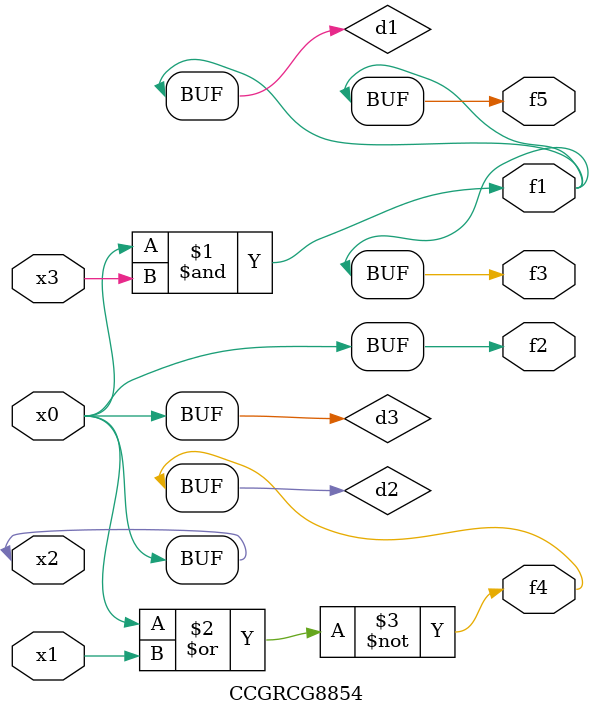
<source format=v>
module CCGRCG8854(
	input x0, x1, x2, x3,
	output f1, f2, f3, f4, f5
);

	wire d1, d2, d3;

	and (d1, x2, x3);
	nor (d2, x0, x1);
	buf (d3, x0, x2);
	assign f1 = d1;
	assign f2 = d3;
	assign f3 = d1;
	assign f4 = d2;
	assign f5 = d1;
endmodule

</source>
